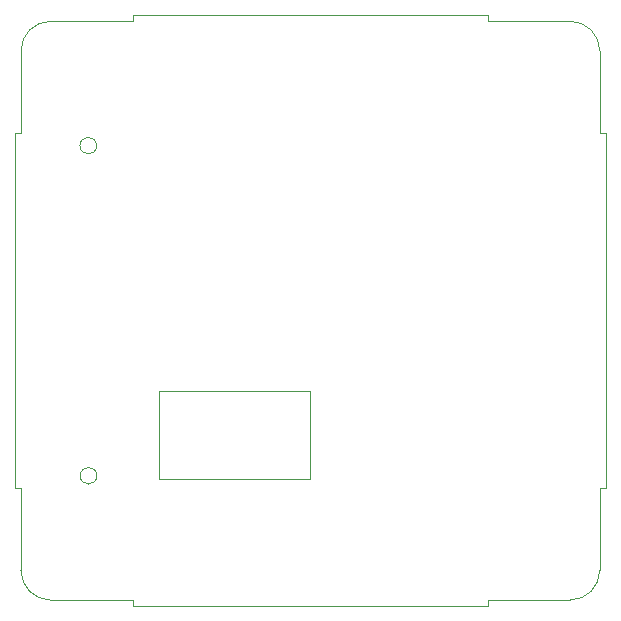
<source format=gm1>
G04 #@! TF.GenerationSoftware,KiCad,Pcbnew,(5.1.5)-3*
G04 #@! TF.CreationDate,2021-11-16T02:10:19+09:00*
G04 #@! TF.ProjectId,m5-pantilt,6d352d70-616e-4746-996c-742e6b696361,1*
G04 #@! TF.SameCoordinates,PX5f5e100PY5f5e100*
G04 #@! TF.FileFunction,Profile,NP*
%FSLAX46Y46*%
G04 Gerber Fmt 4.6, Leading zero omitted, Abs format (unit mm)*
G04 Created by KiCad (PCBNEW (5.1.5)-3) date 2021-11-16 02:10:19*
%MOMM*%
%LPD*%
G04 APERTURE LIST*
%ADD10C,0.050000*%
G04 APERTURE END LIST*
D10*
X6927364Y11023600D02*
G75*
G03X6927364Y11023600I-704364J0D01*
G01*
X6901964Y38970437D02*
G75*
G03X6901964Y38970437I-704364J0D01*
G01*
X24988600Y10726400D02*
X24988600Y18226400D01*
X12153600Y10726400D02*
X24988600Y10726400D01*
X12153600Y18226400D02*
X12153600Y10726400D01*
X24988600Y18226400D02*
X12153600Y18226400D01*
X0Y10000000D02*
X0Y40000000D01*
X40000000Y0D02*
X10000000Y0D01*
X500000Y3000000D02*
X500000Y10000000D01*
X40000000Y50000000D02*
X40000000Y49500000D01*
X47000000Y49500000D02*
G75*
G02X49500000Y47000000I0J-2500000D01*
G01*
X500000Y47000000D02*
X500000Y40000000D01*
X500000Y47000000D02*
G75*
G02X3000000Y49500000I2500000J0D01*
G01*
X49500000Y40000000D02*
X50000000Y40000000D01*
X49500000Y10000000D02*
X50000000Y10000000D01*
X10000000Y50000000D02*
X40000000Y50000000D01*
X47000000Y49500000D02*
X40000000Y49500000D01*
X3000000Y49500000D02*
X10000000Y49500000D01*
X3000000Y500000D02*
X10000000Y500000D01*
X3000000Y500000D02*
G75*
G02X500000Y3000000I0J2500000D01*
G01*
X40000000Y500000D02*
X40000000Y0D01*
X50000000Y40000000D02*
X50000000Y10000000D01*
X49500000Y3000000D02*
G75*
G02X47000000Y500000I-2500000J0D01*
G01*
X49500000Y3000000D02*
X49500000Y10000000D01*
X10000000Y50000000D02*
X10000000Y49500000D01*
X500000Y10000000D02*
X0Y10000000D01*
X49500000Y47000000D02*
X49500000Y40000000D01*
X10000000Y500000D02*
X10000000Y0D01*
X47000000Y500000D02*
X40000000Y500000D01*
X0Y40000000D02*
X500000Y40000000D01*
M02*

</source>
